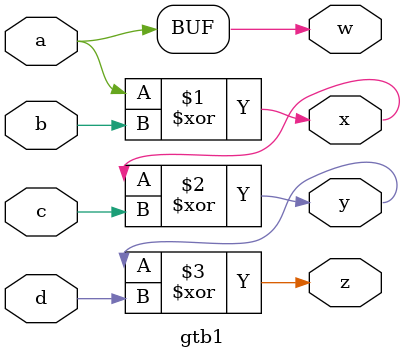
<source format=v>
`timescale 1ns / 1ps
module gtb1(
    input a,
    input b,
    input c,
    input d,
    output w,
    output x,
    output y,
    output z
    );
wire w1;
not(w1,a);
not(w,w1);
xor(x,a,b);
xor(y,x,c);
xor(z,y,d);

endmodule

</source>
